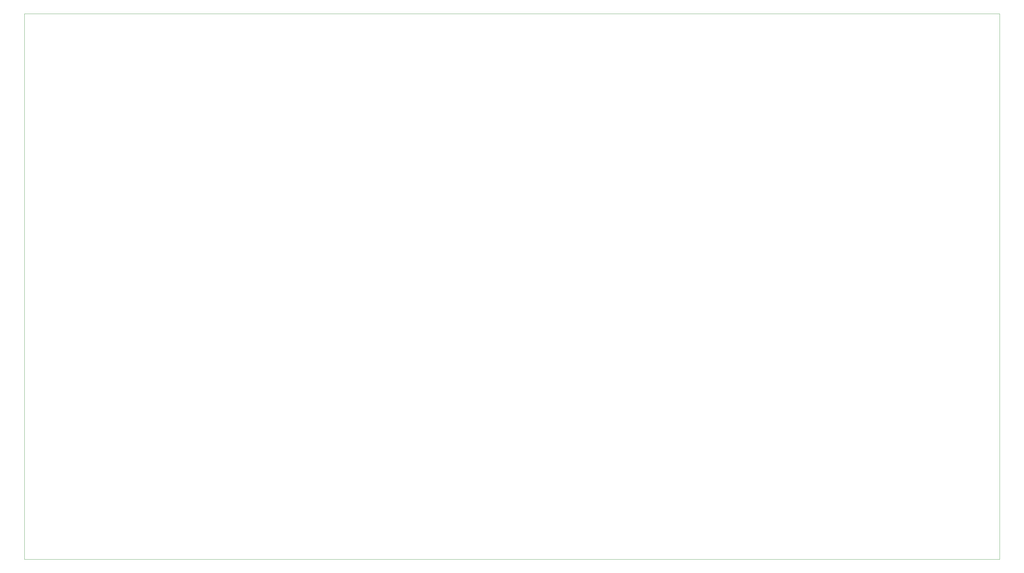
<source format=gm1>
G04 #@! TF.GenerationSoftware,KiCad,Pcbnew,(5.1.9)-1*
G04 #@! TF.CreationDate,2026-01-18T09:55:11+01:00*
G04 #@! TF.ProjectId,COMIX-35,434f4d49-582d-4333-952e-6b696361645f,1.2a*
G04 #@! TF.SameCoordinates,PX2b9a1c0PYd52a500*
G04 #@! TF.FileFunction,Profile,NP*
%FSLAX46Y46*%
G04 Gerber Fmt 4.6, Leading zero omitted, Abs format (unit mm)*
G04 Created by KiCad (PCBNEW (5.1.9)-1) date 2026-01-18 09:55:11*
%MOMM*%
%LPD*%
G01*
G04 APERTURE LIST*
G04 #@! TA.AperFunction,Profile*
%ADD10C,0.050000*%
G04 #@! TD*
G04 APERTURE END LIST*
D10*
X294640000Y0D02*
X0Y0D01*
X294640000Y165100000D02*
X294640000Y0D01*
X0Y165100000D02*
X294640000Y165100000D01*
X0Y0D02*
X0Y165100000D01*
M02*

</source>
